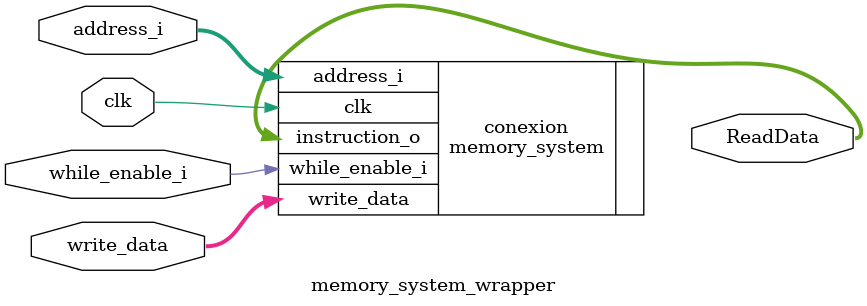
<source format=v>
module memory_system_wrapper
#(
	parameter MEMORY_DEPTH = 32,
	parameter DATA_WIDTH = 32
	)
	(
	input while_enable_i,
	input [(DATA_WIDTH-1):0] write_data,//escritura
	input [(DATA_WIDTH-1):0] address_i,	//localizacion
	input clk,
	output [(DATA_WIDTH-1):0] ReadData
	
	);
	memory_system conexion( 
	.while_enable_i(while_enable_i),
	.write_data(write_data), 
	.address_i(address_i), 
	.clk(clk),
	.instruction_o(ReadData)
	);
	
	endmodule
	
</source>
